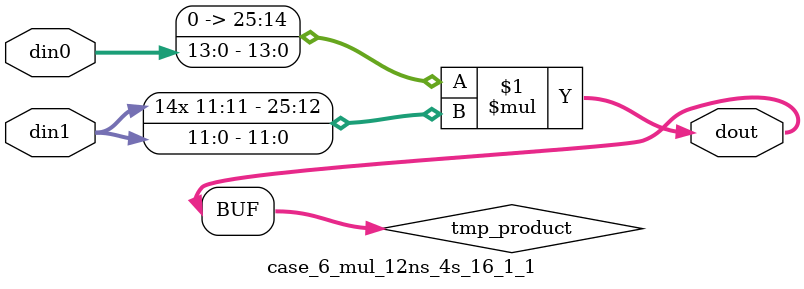
<source format=v>

`timescale 1 ns / 1 ps

 (* use_dsp = "no" *)  module case_6_mul_12ns_4s_16_1_1(din0, din1, dout);
parameter ID = 1;
parameter NUM_STAGE = 0;
parameter din0_WIDTH = 14;
parameter din1_WIDTH = 12;
parameter dout_WIDTH = 26;

input [din0_WIDTH - 1 : 0] din0; 
input [din1_WIDTH - 1 : 0] din1; 
output [dout_WIDTH - 1 : 0] dout;

wire signed [dout_WIDTH - 1 : 0] tmp_product;

























assign tmp_product = $signed({1'b0, din0}) * $signed(din1);










assign dout = tmp_product;





















endmodule

</source>
